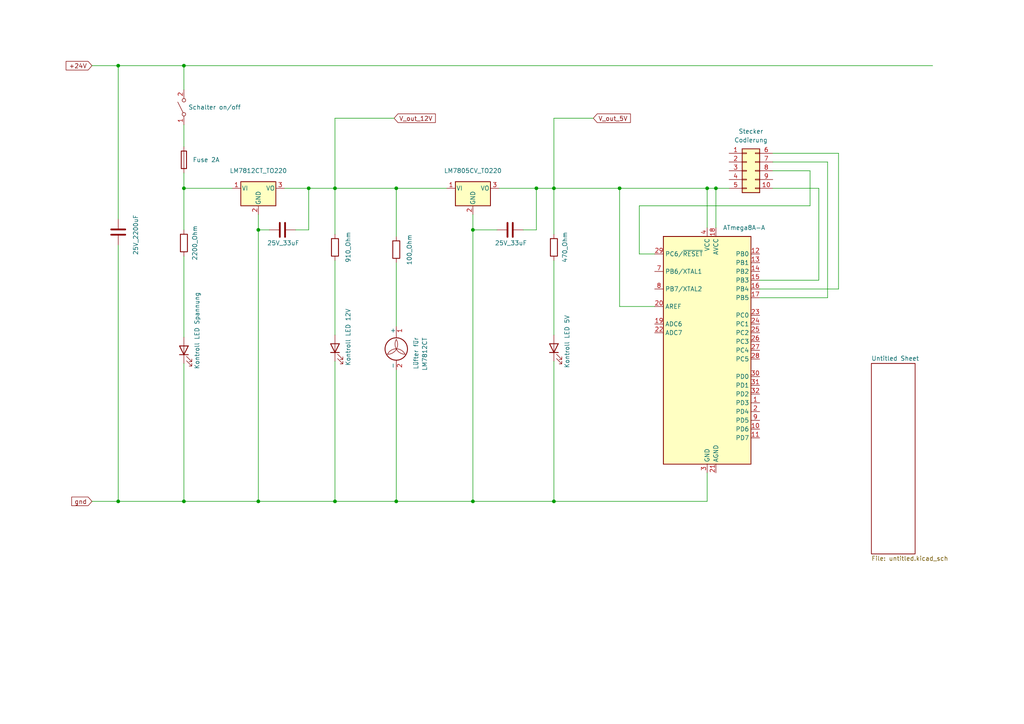
<source format=kicad_sch>
(kicad_sch (version 20211123) (generator eeschema)

  (uuid 2e3c46d2-849b-4cf9-a6d0-7bd20624fd9b)

  (paper "A4")

  (lib_symbols
    (symbol "Connector_Generic:Conn_02x05_Top_Bottom" (pin_names (offset 1.016) hide) (in_bom yes) (on_board yes)
      (property "Reference" "J" (id 0) (at 1.27 7.62 0)
        (effects (font (size 1.27 1.27)))
      )
      (property "Value" "Conn_02x05_Top_Bottom" (id 1) (at 1.27 -7.62 0)
        (effects (font (size 1.27 1.27)))
      )
      (property "Footprint" "" (id 2) (at 0 0 0)
        (effects (font (size 1.27 1.27)) hide)
      )
      (property "Datasheet" "~" (id 3) (at 0 0 0)
        (effects (font (size 1.27 1.27)) hide)
      )
      (property "ki_keywords" "connector" (id 4) (at 0 0 0)
        (effects (font (size 1.27 1.27)) hide)
      )
      (property "ki_description" "Generic connector, double row, 02x05, top/bottom pin numbering scheme (row 1: 1...pins_per_row, row2: pins_per_row+1 ... num_pins), script generated (kicad-library-utils/schlib/autogen/connector/)" (id 5) (at 0 0 0)
        (effects (font (size 1.27 1.27)) hide)
      )
      (property "ki_fp_filters" "Connector*:*_2x??_*" (id 6) (at 0 0 0)
        (effects (font (size 1.27 1.27)) hide)
      )
      (symbol "Conn_02x05_Top_Bottom_1_1"
        (rectangle (start -1.27 -4.953) (end 0 -5.207)
          (stroke (width 0.1524) (type default) (color 0 0 0 0))
          (fill (type none))
        )
        (rectangle (start -1.27 -2.413) (end 0 -2.667)
          (stroke (width 0.1524) (type default) (color 0 0 0 0))
          (fill (type none))
        )
        (rectangle (start -1.27 0.127) (end 0 -0.127)
          (stroke (width 0.1524) (type default) (color 0 0 0 0))
          (fill (type none))
        )
        (rectangle (start -1.27 2.667) (end 0 2.413)
          (stroke (width 0.1524) (type default) (color 0 0 0 0))
          (fill (type none))
        )
        (rectangle (start -1.27 5.207) (end 0 4.953)
          (stroke (width 0.1524) (type default) (color 0 0 0 0))
          (fill (type none))
        )
        (rectangle (start -1.27 6.35) (end 3.81 -6.35)
          (stroke (width 0.254) (type default) (color 0 0 0 0))
          (fill (type background))
        )
        (rectangle (start 3.81 -4.953) (end 2.54 -5.207)
          (stroke (width 0.1524) (type default) (color 0 0 0 0))
          (fill (type none))
        )
        (rectangle (start 3.81 -2.413) (end 2.54 -2.667)
          (stroke (width 0.1524) (type default) (color 0 0 0 0))
          (fill (type none))
        )
        (rectangle (start 3.81 0.127) (end 2.54 -0.127)
          (stroke (width 0.1524) (type default) (color 0 0 0 0))
          (fill (type none))
        )
        (rectangle (start 3.81 2.667) (end 2.54 2.413)
          (stroke (width 0.1524) (type default) (color 0 0 0 0))
          (fill (type none))
        )
        (rectangle (start 3.81 5.207) (end 2.54 4.953)
          (stroke (width 0.1524) (type default) (color 0 0 0 0))
          (fill (type none))
        )
        (pin passive line (at -5.08 5.08 0) (length 3.81)
          (name "Pin_1" (effects (font (size 1.27 1.27))))
          (number "1" (effects (font (size 1.27 1.27))))
        )
        (pin passive line (at 7.62 -5.08 180) (length 3.81)
          (name "Pin_10" (effects (font (size 1.27 1.27))))
          (number "10" (effects (font (size 1.27 1.27))))
        )
        (pin passive line (at -5.08 2.54 0) (length 3.81)
          (name "Pin_2" (effects (font (size 1.27 1.27))))
          (number "2" (effects (font (size 1.27 1.27))))
        )
        (pin passive line (at -5.08 0 0) (length 3.81)
          (name "Pin_3" (effects (font (size 1.27 1.27))))
          (number "3" (effects (font (size 1.27 1.27))))
        )
        (pin passive line (at -5.08 -2.54 0) (length 3.81)
          (name "Pin_4" (effects (font (size 1.27 1.27))))
          (number "4" (effects (font (size 1.27 1.27))))
        )
        (pin passive line (at -5.08 -5.08 0) (length 3.81)
          (name "Pin_5" (effects (font (size 1.27 1.27))))
          (number "5" (effects (font (size 1.27 1.27))))
        )
        (pin passive line (at 7.62 5.08 180) (length 3.81)
          (name "Pin_6" (effects (font (size 1.27 1.27))))
          (number "6" (effects (font (size 1.27 1.27))))
        )
        (pin passive line (at 7.62 2.54 180) (length 3.81)
          (name "Pin_7" (effects (font (size 1.27 1.27))))
          (number "7" (effects (font (size 1.27 1.27))))
        )
        (pin passive line (at 7.62 0 180) (length 3.81)
          (name "Pin_8" (effects (font (size 1.27 1.27))))
          (number "8" (effects (font (size 1.27 1.27))))
        )
        (pin passive line (at 7.62 -2.54 180) (length 3.81)
          (name "Pin_9" (effects (font (size 1.27 1.27))))
          (number "9" (effects (font (size 1.27 1.27))))
        )
      )
    )
    (symbol "Device:C" (pin_numbers hide) (pin_names (offset 0.254)) (in_bom yes) (on_board yes)
      (property "Reference" "C" (id 0) (at 0.635 2.54 0)
        (effects (font (size 1.27 1.27)) (justify left))
      )
      (property "Value" "C" (id 1) (at 0.635 -2.54 0)
        (effects (font (size 1.27 1.27)) (justify left))
      )
      (property "Footprint" "" (id 2) (at 0.9652 -3.81 0)
        (effects (font (size 1.27 1.27)) hide)
      )
      (property "Datasheet" "~" (id 3) (at 0 0 0)
        (effects (font (size 1.27 1.27)) hide)
      )
      (property "ki_keywords" "cap capacitor" (id 4) (at 0 0 0)
        (effects (font (size 1.27 1.27)) hide)
      )
      (property "ki_description" "Unpolarized capacitor" (id 5) (at 0 0 0)
        (effects (font (size 1.27 1.27)) hide)
      )
      (property "ki_fp_filters" "C_*" (id 6) (at 0 0 0)
        (effects (font (size 1.27 1.27)) hide)
      )
      (symbol "C_0_1"
        (polyline
          (pts
            (xy -2.032 -0.762)
            (xy 2.032 -0.762)
          )
          (stroke (width 0.508) (type default) (color 0 0 0 0))
          (fill (type none))
        )
        (polyline
          (pts
            (xy -2.032 0.762)
            (xy 2.032 0.762)
          )
          (stroke (width 0.508) (type default) (color 0 0 0 0))
          (fill (type none))
        )
      )
      (symbol "C_1_1"
        (pin passive line (at 0 3.81 270) (length 2.794)
          (name "~" (effects (font (size 1.27 1.27))))
          (number "1" (effects (font (size 1.27 1.27))))
        )
        (pin passive line (at 0 -3.81 90) (length 2.794)
          (name "~" (effects (font (size 1.27 1.27))))
          (number "2" (effects (font (size 1.27 1.27))))
        )
      )
    )
    (symbol "Device:Fuse" (pin_numbers hide) (pin_names (offset 0)) (in_bom yes) (on_board yes)
      (property "Reference" "F" (id 0) (at 2.032 0 90)
        (effects (font (size 1.27 1.27)))
      )
      (property "Value" "Fuse" (id 1) (at -1.905 0 90)
        (effects (font (size 1.27 1.27)))
      )
      (property "Footprint" "" (id 2) (at -1.778 0 90)
        (effects (font (size 1.27 1.27)) hide)
      )
      (property "Datasheet" "~" (id 3) (at 0 0 0)
        (effects (font (size 1.27 1.27)) hide)
      )
      (property "ki_keywords" "fuse" (id 4) (at 0 0 0)
        (effects (font (size 1.27 1.27)) hide)
      )
      (property "ki_description" "Fuse" (id 5) (at 0 0 0)
        (effects (font (size 1.27 1.27)) hide)
      )
      (property "ki_fp_filters" "*Fuse*" (id 6) (at 0 0 0)
        (effects (font (size 1.27 1.27)) hide)
      )
      (symbol "Fuse_0_1"
        (rectangle (start -0.762 -2.54) (end 0.762 2.54)
          (stroke (width 0.254) (type default) (color 0 0 0 0))
          (fill (type none))
        )
        (polyline
          (pts
            (xy 0 2.54)
            (xy 0 -2.54)
          )
          (stroke (width 0) (type default) (color 0 0 0 0))
          (fill (type none))
        )
      )
      (symbol "Fuse_1_1"
        (pin passive line (at 0 3.81 270) (length 1.27)
          (name "~" (effects (font (size 1.27 1.27))))
          (number "1" (effects (font (size 1.27 1.27))))
        )
        (pin passive line (at 0 -3.81 90) (length 1.27)
          (name "~" (effects (font (size 1.27 1.27))))
          (number "2" (effects (font (size 1.27 1.27))))
        )
      )
    )
    (symbol "Device:LED" (pin_numbers hide) (pin_names (offset 1.016) hide) (in_bom yes) (on_board yes)
      (property "Reference" "D" (id 0) (at 0 2.54 0)
        (effects (font (size 1.27 1.27)))
      )
      (property "Value" "LED" (id 1) (at 0 -2.54 0)
        (effects (font (size 1.27 1.27)))
      )
      (property "Footprint" "" (id 2) (at 0 0 0)
        (effects (font (size 1.27 1.27)) hide)
      )
      (property "Datasheet" "~" (id 3) (at 0 0 0)
        (effects (font (size 1.27 1.27)) hide)
      )
      (property "ki_keywords" "LED diode" (id 4) (at 0 0 0)
        (effects (font (size 1.27 1.27)) hide)
      )
      (property "ki_description" "Light emitting diode" (id 5) (at 0 0 0)
        (effects (font (size 1.27 1.27)) hide)
      )
      (property "ki_fp_filters" "LED* LED_SMD:* LED_THT:*" (id 6) (at 0 0 0)
        (effects (font (size 1.27 1.27)) hide)
      )
      (symbol "LED_0_1"
        (polyline
          (pts
            (xy -1.27 -1.27)
            (xy -1.27 1.27)
          )
          (stroke (width 0.254) (type default) (color 0 0 0 0))
          (fill (type none))
        )
        (polyline
          (pts
            (xy -1.27 0)
            (xy 1.27 0)
          )
          (stroke (width 0) (type default) (color 0 0 0 0))
          (fill (type none))
        )
        (polyline
          (pts
            (xy 1.27 -1.27)
            (xy 1.27 1.27)
            (xy -1.27 0)
            (xy 1.27 -1.27)
          )
          (stroke (width 0.254) (type default) (color 0 0 0 0))
          (fill (type none))
        )
        (polyline
          (pts
            (xy -3.048 -0.762)
            (xy -4.572 -2.286)
            (xy -3.81 -2.286)
            (xy -4.572 -2.286)
            (xy -4.572 -1.524)
          )
          (stroke (width 0) (type default) (color 0 0 0 0))
          (fill (type none))
        )
        (polyline
          (pts
            (xy -1.778 -0.762)
            (xy -3.302 -2.286)
            (xy -2.54 -2.286)
            (xy -3.302 -2.286)
            (xy -3.302 -1.524)
          )
          (stroke (width 0) (type default) (color 0 0 0 0))
          (fill (type none))
        )
      )
      (symbol "LED_1_1"
        (pin passive line (at -3.81 0 0) (length 2.54)
          (name "K" (effects (font (size 1.27 1.27))))
          (number "1" (effects (font (size 1.27 1.27))))
        )
        (pin passive line (at 3.81 0 180) (length 2.54)
          (name "A" (effects (font (size 1.27 1.27))))
          (number "2" (effects (font (size 1.27 1.27))))
        )
      )
    )
    (symbol "Device:R" (pin_numbers hide) (pin_names (offset 0)) (in_bom yes) (on_board yes)
      (property "Reference" "R" (id 0) (at 2.032 0 90)
        (effects (font (size 1.27 1.27)))
      )
      (property "Value" "R" (id 1) (at 0 0 90)
        (effects (font (size 1.27 1.27)))
      )
      (property "Footprint" "" (id 2) (at -1.778 0 90)
        (effects (font (size 1.27 1.27)) hide)
      )
      (property "Datasheet" "~" (id 3) (at 0 0 0)
        (effects (font (size 1.27 1.27)) hide)
      )
      (property "ki_keywords" "R res resistor" (id 4) (at 0 0 0)
        (effects (font (size 1.27 1.27)) hide)
      )
      (property "ki_description" "Resistor" (id 5) (at 0 0 0)
        (effects (font (size 1.27 1.27)) hide)
      )
      (property "ki_fp_filters" "R_*" (id 6) (at 0 0 0)
        (effects (font (size 1.27 1.27)) hide)
      )
      (symbol "R_0_1"
        (rectangle (start -1.016 -2.54) (end 1.016 2.54)
          (stroke (width 0.254) (type default) (color 0 0 0 0))
          (fill (type none))
        )
      )
      (symbol "R_1_1"
        (pin passive line (at 0 3.81 270) (length 1.27)
          (name "~" (effects (font (size 1.27 1.27))))
          (number "1" (effects (font (size 1.27 1.27))))
        )
        (pin passive line (at 0 -3.81 90) (length 1.27)
          (name "~" (effects (font (size 1.27 1.27))))
          (number "2" (effects (font (size 1.27 1.27))))
        )
      )
    )
    (symbol "MCU_Microchip_ATmega:ATmega8A-A" (in_bom yes) (on_board yes)
      (property "Reference" "U" (id 0) (at -12.7 34.29 0)
        (effects (font (size 1.27 1.27)) (justify left bottom))
      )
      (property "Value" "ATmega8A-A" (id 1) (at 5.08 -34.29 0)
        (effects (font (size 1.27 1.27)) (justify left top))
      )
      (property "Footprint" "Package_QFP:TQFP-32_7x7mm_P0.8mm" (id 2) (at 0 0 0)
        (effects (font (size 1.27 1.27) italic) hide)
      )
      (property "Datasheet" "http://ww1.microchip.com/downloads/en/DeviceDoc/Microchip%208bit%20mcu%20AVR%20ATmega8A%20data%20sheet%2040001974A.pdf" (id 3) (at 0 0 0)
        (effects (font (size 1.27 1.27)) hide)
      )
      (property "ki_keywords" "AVR 8bit Microcontroller MegaAVR" (id 4) (at 0 0 0)
        (effects (font (size 1.27 1.27)) hide)
      )
      (property "ki_description" "16MHz, 8kB Flash, 1kB SRAM, 512B EEPROM, TQFP-32" (id 5) (at 0 0 0)
        (effects (font (size 1.27 1.27)) hide)
      )
      (property "ki_fp_filters" "TQFP*7x7mm*P0.8mm*" (id 6) (at 0 0 0)
        (effects (font (size 1.27 1.27)) hide)
      )
      (symbol "ATmega8A-A_0_1"
        (rectangle (start -12.7 -33.02) (end 12.7 33.02)
          (stroke (width 0.254) (type default) (color 0 0 0 0))
          (fill (type background))
        )
      )
      (symbol "ATmega8A-A_1_1"
        (pin bidirectional line (at 15.24 -15.24 180) (length 2.54)
          (name "PD3" (effects (font (size 1.27 1.27))))
          (number "1" (effects (font (size 1.27 1.27))))
        )
        (pin bidirectional line (at 15.24 -22.86 180) (length 2.54)
          (name "PD6" (effects (font (size 1.27 1.27))))
          (number "10" (effects (font (size 1.27 1.27))))
        )
        (pin bidirectional line (at 15.24 -25.4 180) (length 2.54)
          (name "PD7" (effects (font (size 1.27 1.27))))
          (number "11" (effects (font (size 1.27 1.27))))
        )
        (pin bidirectional line (at 15.24 27.94 180) (length 2.54)
          (name "PB0" (effects (font (size 1.27 1.27))))
          (number "12" (effects (font (size 1.27 1.27))))
        )
        (pin bidirectional line (at 15.24 25.4 180) (length 2.54)
          (name "PB1" (effects (font (size 1.27 1.27))))
          (number "13" (effects (font (size 1.27 1.27))))
        )
        (pin bidirectional line (at 15.24 22.86 180) (length 2.54)
          (name "PB2" (effects (font (size 1.27 1.27))))
          (number "14" (effects (font (size 1.27 1.27))))
        )
        (pin bidirectional line (at 15.24 20.32 180) (length 2.54)
          (name "PB3" (effects (font (size 1.27 1.27))))
          (number "15" (effects (font (size 1.27 1.27))))
        )
        (pin bidirectional line (at 15.24 17.78 180) (length 2.54)
          (name "PB4" (effects (font (size 1.27 1.27))))
          (number "16" (effects (font (size 1.27 1.27))))
        )
        (pin bidirectional line (at 15.24 15.24 180) (length 2.54)
          (name "PB5" (effects (font (size 1.27 1.27))))
          (number "17" (effects (font (size 1.27 1.27))))
        )
        (pin power_in line (at 2.54 35.56 270) (length 2.54)
          (name "AVCC" (effects (font (size 1.27 1.27))))
          (number "18" (effects (font (size 1.27 1.27))))
        )
        (pin input line (at -15.24 7.62 0) (length 2.54)
          (name "ADC6" (effects (font (size 1.27 1.27))))
          (number "19" (effects (font (size 1.27 1.27))))
        )
        (pin bidirectional line (at 15.24 -17.78 180) (length 2.54)
          (name "PD4" (effects (font (size 1.27 1.27))))
          (number "2" (effects (font (size 1.27 1.27))))
        )
        (pin passive line (at -15.24 12.7 0) (length 2.54)
          (name "AREF" (effects (font (size 1.27 1.27))))
          (number "20" (effects (font (size 1.27 1.27))))
        )
        (pin power_in line (at 2.54 -35.56 90) (length 2.54)
          (name "AGND" (effects (font (size 1.27 1.27))))
          (number "21" (effects (font (size 1.27 1.27))))
        )
        (pin input line (at -15.24 5.08 0) (length 2.54)
          (name "ADC7" (effects (font (size 1.27 1.27))))
          (number "22" (effects (font (size 1.27 1.27))))
        )
        (pin bidirectional line (at 15.24 10.16 180) (length 2.54)
          (name "PC0" (effects (font (size 1.27 1.27))))
          (number "23" (effects (font (size 1.27 1.27))))
        )
        (pin bidirectional line (at 15.24 7.62 180) (length 2.54)
          (name "PC1" (effects (font (size 1.27 1.27))))
          (number "24" (effects (font (size 1.27 1.27))))
        )
        (pin bidirectional line (at 15.24 5.08 180) (length 2.54)
          (name "PC2" (effects (font (size 1.27 1.27))))
          (number "25" (effects (font (size 1.27 1.27))))
        )
        (pin bidirectional line (at 15.24 2.54 180) (length 2.54)
          (name "PC3" (effects (font (size 1.27 1.27))))
          (number "26" (effects (font (size 1.27 1.27))))
        )
        (pin bidirectional line (at 15.24 0 180) (length 2.54)
          (name "PC4" (effects (font (size 1.27 1.27))))
          (number "27" (effects (font (size 1.27 1.27))))
        )
        (pin bidirectional line (at 15.24 -2.54 180) (length 2.54)
          (name "PC5" (effects (font (size 1.27 1.27))))
          (number "28" (effects (font (size 1.27 1.27))))
        )
        (pin bidirectional line (at -15.24 27.94 0) (length 2.54)
          (name "PC6/~{RESET}" (effects (font (size 1.27 1.27))))
          (number "29" (effects (font (size 1.27 1.27))))
        )
        (pin power_in line (at 0 -35.56 90) (length 2.54)
          (name "GND" (effects (font (size 1.27 1.27))))
          (number "3" (effects (font (size 1.27 1.27))))
        )
        (pin bidirectional line (at 15.24 -7.62 180) (length 2.54)
          (name "PD0" (effects (font (size 1.27 1.27))))
          (number "30" (effects (font (size 1.27 1.27))))
        )
        (pin bidirectional line (at 15.24 -10.16 180) (length 2.54)
          (name "PD1" (effects (font (size 1.27 1.27))))
          (number "31" (effects (font (size 1.27 1.27))))
        )
        (pin bidirectional line (at 15.24 -12.7 180) (length 2.54)
          (name "PD2" (effects (font (size 1.27 1.27))))
          (number "32" (effects (font (size 1.27 1.27))))
        )
        (pin power_in line (at 0 35.56 270) (length 2.54)
          (name "VCC" (effects (font (size 1.27 1.27))))
          (number "4" (effects (font (size 1.27 1.27))))
        )
        (pin passive line (at 0 -35.56 90) (length 2.54) hide
          (name "GND" (effects (font (size 1.27 1.27))))
          (number "5" (effects (font (size 1.27 1.27))))
        )
        (pin passive line (at 0 35.56 270) (length 2.54) hide
          (name "VCC" (effects (font (size 1.27 1.27))))
          (number "6" (effects (font (size 1.27 1.27))))
        )
        (pin bidirectional line (at -15.24 22.86 0) (length 2.54)
          (name "PB6/XTAL1" (effects (font (size 1.27 1.27))))
          (number "7" (effects (font (size 1.27 1.27))))
        )
        (pin bidirectional line (at -15.24 17.78 0) (length 2.54)
          (name "PB7/XTAL2" (effects (font (size 1.27 1.27))))
          (number "8" (effects (font (size 1.27 1.27))))
        )
        (pin bidirectional line (at 15.24 -20.32 180) (length 2.54)
          (name "PD5" (effects (font (size 1.27 1.27))))
          (number "9" (effects (font (size 1.27 1.27))))
        )
      )
    )
    (symbol "Motor:Fan" (pin_names (offset 0)) (in_bom yes) (on_board yes)
      (property "Reference" "M" (id 0) (at 2.54 5.08 0)
        (effects (font (size 1.27 1.27)) (justify left))
      )
      (property "Value" "Fan" (id 1) (at 2.54 -2.54 0)
        (effects (font (size 1.27 1.27)) (justify left top))
      )
      (property "Footprint" "" (id 2) (at 0 0.254 0)
        (effects (font (size 1.27 1.27)) hide)
      )
      (property "Datasheet" "~" (id 3) (at 0 0.254 0)
        (effects (font (size 1.27 1.27)) hide)
      )
      (property "ki_keywords" "Fan Motor" (id 4) (at 0 0 0)
        (effects (font (size 1.27 1.27)) hide)
      )
      (property "ki_description" "Fan" (id 5) (at 0 0 0)
        (effects (font (size 1.27 1.27)) hide)
      )
      (property "ki_fp_filters" "PinHeader*P2.54mm* TerminalBlock*" (id 6) (at 0 0 0)
        (effects (font (size 1.27 1.27)) hide)
      )
      (symbol "Fan_0_1"
        (arc (start -2.54 -0.508) (mid 0.0028 0.9121) (end 0 3.81)
          (stroke (width 0) (type default) (color 0 0 0 0))
          (fill (type none))
        )
        (polyline
          (pts
            (xy 0 -5.08)
            (xy 0 -4.572)
          )
          (stroke (width 0) (type default) (color 0 0 0 0))
          (fill (type none))
        )
        (polyline
          (pts
            (xy 0 -2.2352)
            (xy 0 -2.6416)
          )
          (stroke (width 0) (type default) (color 0 0 0 0))
          (fill (type none))
        )
        (polyline
          (pts
            (xy 0 4.2672)
            (xy 0 4.6228)
          )
          (stroke (width 0) (type default) (color 0 0 0 0))
          (fill (type none))
        )
        (polyline
          (pts
            (xy 0 4.572)
            (xy 0 5.08)
          )
          (stroke (width 0) (type default) (color 0 0 0 0))
          (fill (type none))
        )
        (circle (center 0 1.016) (radius 3.2512)
          (stroke (width 0.254) (type default) (color 0 0 0 0))
          (fill (type none))
        )
        (arc (start 0 3.81) (mid 0.053 0.921) (end 2.54 -0.508)
          (stroke (width 0) (type default) (color 0 0 0 0))
          (fill (type none))
        )
        (arc (start 2.54 -0.508) (mid 0 1.0618) (end -2.54 -0.508)
          (stroke (width 0) (type default) (color 0 0 0 0))
          (fill (type none))
        )
      )
      (symbol "Fan_1_1"
        (pin passive line (at 0 7.62 270) (length 2.54)
          (name "+" (effects (font (size 1.27 1.27))))
          (number "1" (effects (font (size 1.27 1.27))))
        )
        (pin passive line (at 0 -5.08 90) (length 2.54)
          (name "-" (effects (font (size 1.27 1.27))))
          (number "2" (effects (font (size 1.27 1.27))))
        )
      )
    )
    (symbol "Regulator_Linear:LM7805_TO220" (pin_names (offset 0.254)) (in_bom yes) (on_board yes)
      (property "Reference" "U" (id 0) (at -3.81 3.175 0)
        (effects (font (size 1.27 1.27)))
      )
      (property "Value" "LM7805_TO220" (id 1) (at 0 3.175 0)
        (effects (font (size 1.27 1.27)) (justify left))
      )
      (property "Footprint" "Package_TO_SOT_THT:TO-220-3_Vertical" (id 2) (at 0 5.715 0)
        (effects (font (size 1.27 1.27) italic) hide)
      )
      (property "Datasheet" "https://www.onsemi.cn/PowerSolutions/document/MC7800-D.PDF" (id 3) (at 0 -1.27 0)
        (effects (font (size 1.27 1.27)) hide)
      )
      (property "ki_keywords" "Voltage Regulator 1A Positive" (id 4) (at 0 0 0)
        (effects (font (size 1.27 1.27)) hide)
      )
      (property "ki_description" "Positive 1A 35V Linear Regulator, Fixed Output 5V, TO-220" (id 5) (at 0 0 0)
        (effects (font (size 1.27 1.27)) hide)
      )
      (property "ki_fp_filters" "TO?220*" (id 6) (at 0 0 0)
        (effects (font (size 1.27 1.27)) hide)
      )
      (symbol "LM7805_TO220_0_1"
        (rectangle (start -5.08 1.905) (end 5.08 -5.08)
          (stroke (width 0.254) (type default) (color 0 0 0 0))
          (fill (type background))
        )
      )
      (symbol "LM7805_TO220_1_1"
        (pin power_in line (at -7.62 0 0) (length 2.54)
          (name "VI" (effects (font (size 1.27 1.27))))
          (number "1" (effects (font (size 1.27 1.27))))
        )
        (pin power_in line (at 0 -7.62 90) (length 2.54)
          (name "GND" (effects (font (size 1.27 1.27))))
          (number "2" (effects (font (size 1.27 1.27))))
        )
        (pin power_out line (at 7.62 0 180) (length 2.54)
          (name "VO" (effects (font (size 1.27 1.27))))
          (number "3" (effects (font (size 1.27 1.27))))
        )
      )
    )
    (symbol "Regulator_Linear:LM7812_TO220" (pin_names (offset 0.254)) (in_bom yes) (on_board yes)
      (property "Reference" "U" (id 0) (at -3.81 3.175 0)
        (effects (font (size 1.27 1.27)))
      )
      (property "Value" "LM7812_TO220" (id 1) (at 0 3.175 0)
        (effects (font (size 1.27 1.27)) (justify left))
      )
      (property "Footprint" "Package_TO_SOT_THT:TO-220-3_Vertical" (id 2) (at 0 5.715 0)
        (effects (font (size 1.27 1.27) italic) hide)
      )
      (property "Datasheet" "https://www.onsemi.cn/PowerSolutions/document/MC7800-D.PDF" (id 3) (at 0 -1.27 0)
        (effects (font (size 1.27 1.27)) hide)
      )
      (property "ki_keywords" "Voltage Regulator 1A Positive" (id 4) (at 0 0 0)
        (effects (font (size 1.27 1.27)) hide)
      )
      (property "ki_description" "Positive 1A 35V Linear Regulator, Fixed Output 12V, TO-220" (id 5) (at 0 0 0)
        (effects (font (size 1.27 1.27)) hide)
      )
      (property "ki_fp_filters" "TO?220*" (id 6) (at 0 0 0)
        (effects (font (size 1.27 1.27)) hide)
      )
      (symbol "LM7812_TO220_0_1"
        (rectangle (start -5.08 1.905) (end 5.08 -5.08)
          (stroke (width 0.254) (type default) (color 0 0 0 0))
          (fill (type background))
        )
      )
      (symbol "LM7812_TO220_1_1"
        (pin power_in line (at -7.62 0 0) (length 2.54)
          (name "VI" (effects (font (size 1.27 1.27))))
          (number "1" (effects (font (size 1.27 1.27))))
        )
        (pin power_in line (at 0 -7.62 90) (length 2.54)
          (name "GND" (effects (font (size 1.27 1.27))))
          (number "2" (effects (font (size 1.27 1.27))))
        )
        (pin power_out line (at 7.62 0 180) (length 2.54)
          (name "VO" (effects (font (size 1.27 1.27))))
          (number "3" (effects (font (size 1.27 1.27))))
        )
      )
    )
    (symbol "Switch:SW_DPST_x2" (pin_names (offset 0) hide) (in_bom yes) (on_board yes)
      (property "Reference" "SW" (id 0) (at 0 3.175 0)
        (effects (font (size 1.27 1.27)))
      )
      (property "Value" "SW_DPST_x2" (id 1) (at 0 -2.54 0)
        (effects (font (size 1.27 1.27)))
      )
      (property "Footprint" "" (id 2) (at 0 0 0)
        (effects (font (size 1.27 1.27)) hide)
      )
      (property "Datasheet" "~" (id 3) (at 0 0 0)
        (effects (font (size 1.27 1.27)) hide)
      )
      (property "ki_keywords" "switch lever" (id 4) (at 0 0 0)
        (effects (font (size 1.27 1.27)) hide)
      )
      (property "ki_description" "Single Pole Single Throw (SPST) switch, separate symbol" (id 5) (at 0 0 0)
        (effects (font (size 1.27 1.27)) hide)
      )
      (symbol "SW_DPST_x2_0_0"
        (circle (center -2.032 0) (radius 0.508)
          (stroke (width 0) (type default) (color 0 0 0 0))
          (fill (type none))
        )
        (polyline
          (pts
            (xy -1.524 0.254)
            (xy 1.524 1.778)
          )
          (stroke (width 0) (type default) (color 0 0 0 0))
          (fill (type none))
        )
        (circle (center 2.032 0) (radius 0.508)
          (stroke (width 0) (type default) (color 0 0 0 0))
          (fill (type none))
        )
      )
      (symbol "SW_DPST_x2_1_1"
        (pin passive line (at -5.08 0 0) (length 2.54)
          (name "A" (effects (font (size 1.27 1.27))))
          (number "1" (effects (font (size 1.27 1.27))))
        )
        (pin passive line (at 5.08 0 180) (length 2.54)
          (name "B" (effects (font (size 1.27 1.27))))
          (number "2" (effects (font (size 1.27 1.27))))
        )
      )
      (symbol "SW_DPST_x2_2_1"
        (pin passive line (at -5.08 0 0) (length 2.54)
          (name "A" (effects (font (size 1.27 1.27))))
          (number "3" (effects (font (size 1.27 1.27))))
        )
        (pin passive line (at 5.08 0 180) (length 2.54)
          (name "B" (effects (font (size 1.27 1.27))))
          (number "4" (effects (font (size 1.27 1.27))))
        )
      )
    )
  )

  (junction (at 114.935 145.415) (diameter 0) (color 0 0 0 0)
    (uuid 05a5f4ec-6909-4600-adf3-0bbff1c1328b)
  )
  (junction (at 53.34 54.61) (diameter 0) (color 0 0 0 0)
    (uuid 06d9de09-ddd1-4079-9190-aaf5ff509de4)
  )
  (junction (at 34.29 19.05) (diameter 0) (color 0 0 0 0)
    (uuid 1b5d5c3f-a570-48f1-95cc-ceca0a342fae)
  )
  (junction (at 137.16 145.415) (diameter 0) (color 0 0 0 0)
    (uuid 33d70581-bd32-49ed-a5ea-42945fd4e670)
  )
  (junction (at 74.93 145.415) (diameter 0) (color 0 0 0 0)
    (uuid 37284583-1148-4555-8003-9fd5cf5362bb)
  )
  (junction (at 155.575 54.61) (diameter 0) (color 0 0 0 0)
    (uuid 3ae9bffc-008f-460c-bc17-e3ac81c142a6)
  )
  (junction (at 53.34 19.05) (diameter 0) (color 0 0 0 0)
    (uuid 3b580202-a9e2-4493-90e5-82f3ebb41b59)
  )
  (junction (at 207.645 54.61) (diameter 0) (color 0 0 0 0)
    (uuid 407f8369-ac30-4c0b-a87a-f3d15d875478)
  )
  (junction (at 160.655 145.415) (diameter 0) (color 0 0 0 0)
    (uuid 683a4a00-792c-4682-b7d0-ea5ae23d7f94)
  )
  (junction (at 97.155 145.415) (diameter 0) (color 0 0 0 0)
    (uuid 8158a983-e8e4-4dbf-91d0-2c4c8666a9ee)
  )
  (junction (at 205.105 54.61) (diameter 0) (color 0 0 0 0)
    (uuid 84bed256-c769-4847-8ffd-ebdba4e7a426)
  )
  (junction (at 114.935 54.61) (diameter 0) (color 0 0 0 0)
    (uuid 89371b7b-bf2d-49e9-b018-5f3ea1d401cc)
  )
  (junction (at 34.29 145.415) (diameter 0) (color 0 0 0 0)
    (uuid 9b022d32-b6e7-4cc3-8e24-ff26ea4ab0ff)
  )
  (junction (at 74.93 66.675) (diameter 0) (color 0 0 0 0)
    (uuid a326db3e-22b5-431e-9130-79da05522832)
  )
  (junction (at 137.16 66.675) (diameter 0) (color 0 0 0 0)
    (uuid ae3cc596-885e-48db-990f-6c9f30784904)
  )
  (junction (at 89.535 54.61) (diameter 0) (color 0 0 0 0)
    (uuid b8e83619-3bc8-4465-ad2b-12fb7819872e)
  )
  (junction (at 179.705 54.61) (diameter 0) (color 0 0 0 0)
    (uuid d46d78ab-2e2e-4ce4-b2f6-dfdfc2e6e1b9)
  )
  (junction (at 97.155 54.61) (diameter 0) (color 0 0 0 0)
    (uuid ed5d1a0e-9507-4585-be83-8d43a3a9049c)
  )
  (junction (at 160.655 54.61) (diameter 0) (color 0 0 0 0)
    (uuid ee0094e3-2a51-45a1-9e1e-3c16deed9d72)
  )
  (junction (at 53.34 145.415) (diameter 0) (color 0 0 0 0)
    (uuid fbc1b3a7-e9fa-4c2e-ad12-af26abff42bc)
  )

  (wire (pts (xy 82.55 54.61) (xy 89.535 54.61))
    (stroke (width 0) (type default) (color 0 0 0 0))
    (uuid 01d1bfe8-7cd8-4894-b1dd-215898ccbb5a)
  )
  (wire (pts (xy 160.655 104.775) (xy 160.655 145.415))
    (stroke (width 0) (type default) (color 0 0 0 0))
    (uuid 04a15bb8-f1c3-42e7-9af3-0100a97c087c)
  )
  (wire (pts (xy 53.34 19.05) (xy 270.51 19.05))
    (stroke (width 0) (type default) (color 0 0 0 0))
    (uuid 0623ce18-79f7-4838-b3b4-5a224ab9c2e1)
  )
  (wire (pts (xy 207.645 54.61) (xy 205.105 54.61))
    (stroke (width 0) (type default) (color 0 0 0 0))
    (uuid 09dc166d-aec4-4a09-82db-d63b34bc800e)
  )
  (wire (pts (xy 89.535 54.61) (xy 97.155 54.61))
    (stroke (width 0) (type default) (color 0 0 0 0))
    (uuid 0ae4ee5b-18ba-4b1e-8f9c-34851e4fa382)
  )
  (wire (pts (xy 224.155 44.45) (xy 243.205 44.45))
    (stroke (width 0) (type default) (color 0 0 0 0))
    (uuid 0db02be0-fbac-4796-8372-193bf098eda9)
  )
  (wire (pts (xy 185.42 59.69) (xy 185.42 73.66))
    (stroke (width 0) (type default) (color 0 0 0 0))
    (uuid 0ee6dd9c-b630-49e7-9f78-1367cbf0c993)
  )
  (wire (pts (xy 34.29 19.05) (xy 53.34 19.05))
    (stroke (width 0) (type default) (color 0 0 0 0))
    (uuid 1164b06e-4616-4649-a53b-eb38539242c9)
  )
  (wire (pts (xy 53.34 74.295) (xy 53.34 97.79))
    (stroke (width 0) (type default) (color 0 0 0 0))
    (uuid 11deff66-fbc5-4b88-b921-0add0468940a)
  )
  (wire (pts (xy 234.95 59.69) (xy 185.42 59.69))
    (stroke (width 0) (type default) (color 0 0 0 0))
    (uuid 128b8e98-e729-4084-bb12-172f2e55ed4b)
  )
  (wire (pts (xy 53.34 36.195) (xy 53.34 42.545))
    (stroke (width 0) (type default) (color 0 0 0 0))
    (uuid 148da3d9-7ece-474e-92d9-e19b0d203aa2)
  )
  (wire (pts (xy 97.155 54.61) (xy 114.935 54.61))
    (stroke (width 0) (type default) (color 0 0 0 0))
    (uuid 153fa433-764e-417f-ba7e-a6f4aec2ad72)
  )
  (wire (pts (xy 160.655 34.29) (xy 160.655 54.61))
    (stroke (width 0) (type default) (color 0 0 0 0))
    (uuid 1599c338-d6d5-45cd-b17a-b73bd4de8f93)
  )
  (wire (pts (xy 179.705 88.9) (xy 179.705 54.61))
    (stroke (width 0) (type default) (color 0 0 0 0))
    (uuid 226d9315-5b49-4009-80c9-4f290b40183a)
  )
  (wire (pts (xy 144.78 54.61) (xy 155.575 54.61))
    (stroke (width 0) (type default) (color 0 0 0 0))
    (uuid 2836f59c-3c8d-4b3c-8a7b-5eb25dab3576)
  )
  (wire (pts (xy 224.155 46.99) (xy 240.03 46.99))
    (stroke (width 0) (type default) (color 0 0 0 0))
    (uuid 2d31ce4d-6143-4a2e-9bf9-fe0d4e4e31c7)
  )
  (wire (pts (xy 160.655 75.565) (xy 160.655 97.155))
    (stroke (width 0) (type default) (color 0 0 0 0))
    (uuid 31b6d37c-65f9-4541-bc9d-b89b673715b9)
  )
  (wire (pts (xy 74.93 66.675) (xy 74.93 145.415))
    (stroke (width 0) (type default) (color 0 0 0 0))
    (uuid 39072ccc-0aed-4df0-b464-371ba034363e)
  )
  (wire (pts (xy 34.29 71.12) (xy 34.29 145.415))
    (stroke (width 0) (type default) (color 0 0 0 0))
    (uuid 3f0b9a5b-5bf7-4365-b134-449a069f64d4)
  )
  (wire (pts (xy 53.34 54.61) (xy 67.31 54.61))
    (stroke (width 0) (type default) (color 0 0 0 0))
    (uuid 429d6ed5-1e41-4be8-a061-e08cdff74103)
  )
  (wire (pts (xy 220.345 81.28) (xy 237.49 81.28))
    (stroke (width 0) (type default) (color 0 0 0 0))
    (uuid 43937b6f-f279-44ac-9ed9-55959fcb95e0)
  )
  (wire (pts (xy 74.93 145.415) (xy 97.155 145.415))
    (stroke (width 0) (type default) (color 0 0 0 0))
    (uuid 49d5a46f-3b08-4459-9694-f8382ffe6f06)
  )
  (wire (pts (xy 137.16 66.675) (xy 137.16 145.415))
    (stroke (width 0) (type default) (color 0 0 0 0))
    (uuid 4da0343f-6014-4a15-8299-2c5c9ff1ac6c)
  )
  (wire (pts (xy 185.42 73.66) (xy 189.865 73.66))
    (stroke (width 0) (type default) (color 0 0 0 0))
    (uuid 53331b90-b23d-45fa-9745-886d07db98ef)
  )
  (wire (pts (xy 151.765 66.675) (xy 155.575 66.675))
    (stroke (width 0) (type default) (color 0 0 0 0))
    (uuid 571c2a76-c9da-4dbc-9754-23d0a9ce9d34)
  )
  (wire (pts (xy 224.155 49.53) (xy 234.95 49.53))
    (stroke (width 0) (type default) (color 0 0 0 0))
    (uuid 5c0e5d17-3af1-462f-b91c-942e0bb422b8)
  )
  (wire (pts (xy 53.34 105.41) (xy 53.34 145.415))
    (stroke (width 0) (type default) (color 0 0 0 0))
    (uuid 5d4f118f-22b7-4567-bb69-681888bde759)
  )
  (wire (pts (xy 34.29 145.415) (xy 53.34 145.415))
    (stroke (width 0) (type default) (color 0 0 0 0))
    (uuid 61d22c81-4289-43db-bd2f-51b5d0d96365)
  )
  (wire (pts (xy 97.155 54.61) (xy 97.155 67.945))
    (stroke (width 0) (type default) (color 0 0 0 0))
    (uuid 67618dfb-1122-42df-a22b-d8136248a4d5)
  )
  (wire (pts (xy 97.155 75.565) (xy 97.155 97.155))
    (stroke (width 0) (type default) (color 0 0 0 0))
    (uuid 6880b80b-c12c-46f2-9fc5-944607f94def)
  )
  (wire (pts (xy 85.725 66.675) (xy 89.535 66.675))
    (stroke (width 0) (type default) (color 0 0 0 0))
    (uuid 6eebfd82-7dc1-4f2b-9782-21691855a33d)
  )
  (wire (pts (xy 89.535 66.675) (xy 89.535 54.61))
    (stroke (width 0) (type default) (color 0 0 0 0))
    (uuid 711c6fae-9d8b-4476-9633-7f1d53d50481)
  )
  (wire (pts (xy 179.705 54.61) (xy 205.105 54.61))
    (stroke (width 0) (type default) (color 0 0 0 0))
    (uuid 726d5aa4-9205-46bd-a3f9-e1375a14f532)
  )
  (wire (pts (xy 172.085 34.29) (xy 160.655 34.29))
    (stroke (width 0) (type default) (color 0 0 0 0))
    (uuid 757f393f-acc3-45cb-8bf4-f6e7cd391083)
  )
  (wire (pts (xy 74.93 66.675) (xy 74.93 62.23))
    (stroke (width 0) (type default) (color 0 0 0 0))
    (uuid 80190dd6-13d2-4f55-93f4-6216b792c6f8)
  )
  (wire (pts (xy 160.655 145.415) (xy 205.105 145.415))
    (stroke (width 0) (type default) (color 0 0 0 0))
    (uuid 82e474ca-c192-4b8e-912e-df9589f85dae)
  )
  (wire (pts (xy 26.67 19.05) (xy 34.29 19.05))
    (stroke (width 0) (type default) (color 0 0 0 0))
    (uuid 84eb9b98-464e-4001-9805-6f731cd6cadc)
  )
  (wire (pts (xy 26.67 145.415) (xy 34.29 145.415))
    (stroke (width 0) (type default) (color 0 0 0 0))
    (uuid 8cbe6ae2-208e-44d8-8a7e-709d8bea5af0)
  )
  (wire (pts (xy 160.655 54.61) (xy 179.705 54.61))
    (stroke (width 0) (type default) (color 0 0 0 0))
    (uuid 92dcc5c7-7aaa-4aae-812b-68f2e9fca626)
  )
  (wire (pts (xy 234.95 49.53) (xy 234.95 59.69))
    (stroke (width 0) (type default) (color 0 0 0 0))
    (uuid 9377f9d0-dedd-4cb6-b8e4-d593bd807fad)
  )
  (wire (pts (xy 155.575 66.675) (xy 155.575 54.61))
    (stroke (width 0) (type default) (color 0 0 0 0))
    (uuid 94a79682-5bfe-427d-a9ee-2c750efcfc74)
  )
  (wire (pts (xy 224.155 54.61) (xy 237.49 54.61))
    (stroke (width 0) (type default) (color 0 0 0 0))
    (uuid 954c4882-9c1f-4ace-a477-cda2509d8007)
  )
  (wire (pts (xy 220.345 83.82) (xy 243.205 83.82))
    (stroke (width 0) (type default) (color 0 0 0 0))
    (uuid 96c60d43-dcc3-444a-86b5-6e56d8c2c03c)
  )
  (wire (pts (xy 114.935 145.415) (xy 137.16 145.415))
    (stroke (width 0) (type default) (color 0 0 0 0))
    (uuid 9a14c9e9-b0f1-4d31-a9cf-fff9ab348a5b)
  )
  (wire (pts (xy 114.935 76.2) (xy 114.935 94.615))
    (stroke (width 0) (type default) (color 0 0 0 0))
    (uuid 9a9a1a98-667d-467d-832c-39362d346696)
  )
  (wire (pts (xy 155.575 54.61) (xy 160.655 54.61))
    (stroke (width 0) (type default) (color 0 0 0 0))
    (uuid 9ac18089-77e6-49b6-85a3-6f8658802e34)
  )
  (wire (pts (xy 237.49 54.61) (xy 237.49 81.28))
    (stroke (width 0) (type default) (color 0 0 0 0))
    (uuid 9b06c843-7570-40df-8b87-eeeb07963fc0)
  )
  (wire (pts (xy 97.155 104.775) (xy 97.155 145.415))
    (stroke (width 0) (type default) (color 0 0 0 0))
    (uuid 9fc3bdcc-672c-4287-b55a-f515190212ef)
  )
  (wire (pts (xy 53.34 50.165) (xy 53.34 54.61))
    (stroke (width 0) (type default) (color 0 0 0 0))
    (uuid ad63374b-0f75-4f88-911f-d3e977b3a13f)
  )
  (wire (pts (xy 114.935 54.61) (xy 129.54 54.61))
    (stroke (width 0) (type default) (color 0 0 0 0))
    (uuid b092ade2-0d07-4008-bf40-0ec53554ad10)
  )
  (wire (pts (xy 97.155 34.29) (xy 114.3 34.29))
    (stroke (width 0) (type default) (color 0 0 0 0))
    (uuid b363cc13-f104-44f4-b5d8-444cca1708b1)
  )
  (wire (pts (xy 114.935 54.61) (xy 114.935 68.58))
    (stroke (width 0) (type default) (color 0 0 0 0))
    (uuid b52a1be1-a878-4a1b-8cc0-96ff1d8b0271)
  )
  (wire (pts (xy 240.03 46.99) (xy 240.03 86.36))
    (stroke (width 0) (type default) (color 0 0 0 0))
    (uuid b6d83f80-60c5-4d6c-9f94-afe7ae6d2dba)
  )
  (wire (pts (xy 189.865 88.9) (xy 179.705 88.9))
    (stroke (width 0) (type default) (color 0 0 0 0))
    (uuid bd6f65fb-867a-49c3-b144-31a85bc2488d)
  )
  (wire (pts (xy 74.93 66.675) (xy 78.105 66.675))
    (stroke (width 0) (type default) (color 0 0 0 0))
    (uuid c1b5b00c-85b2-4cd1-a19a-f95e33032d32)
  )
  (wire (pts (xy 137.16 62.23) (xy 137.16 66.675))
    (stroke (width 0) (type default) (color 0 0 0 0))
    (uuid c53ff7d3-0259-4397-942c-90ed875c6e0a)
  )
  (wire (pts (xy 97.155 34.29) (xy 97.155 54.61))
    (stroke (width 0) (type default) (color 0 0 0 0))
    (uuid d0969a4a-6bef-41e7-ac1b-cb9fdc996a78)
  )
  (wire (pts (xy 205.105 145.415) (xy 205.105 137.16))
    (stroke (width 0) (type default) (color 0 0 0 0))
    (uuid d79c500b-7f6b-4deb-86b9-ffa4fc0e7698)
  )
  (wire (pts (xy 97.155 145.415) (xy 114.935 145.415))
    (stroke (width 0) (type default) (color 0 0 0 0))
    (uuid d981e187-4991-466c-9d7d-67463bca2ee2)
  )
  (wire (pts (xy 137.16 145.415) (xy 160.655 145.415))
    (stroke (width 0) (type default) (color 0 0 0 0))
    (uuid d9c36880-9601-4311-8b15-891971165014)
  )
  (wire (pts (xy 220.345 86.36) (xy 240.03 86.36))
    (stroke (width 0) (type default) (color 0 0 0 0))
    (uuid da5ce6b8-c165-4f87-9969-e8e826b84bc7)
  )
  (wire (pts (xy 53.34 54.61) (xy 53.34 66.675))
    (stroke (width 0) (type default) (color 0 0 0 0))
    (uuid e327c9e3-f0e9-43af-bbd8-e863f4b28f35)
  )
  (wire (pts (xy 160.655 54.61) (xy 160.655 67.945))
    (stroke (width 0) (type default) (color 0 0 0 0))
    (uuid e354be68-8267-41f5-94e4-734a03e3b169)
  )
  (wire (pts (xy 205.105 54.61) (xy 205.105 66.04))
    (stroke (width 0) (type default) (color 0 0 0 0))
    (uuid e3b4b142-1ee3-4991-b935-22a7cd21581d)
  )
  (wire (pts (xy 53.34 19.05) (xy 53.34 26.035))
    (stroke (width 0) (type default) (color 0 0 0 0))
    (uuid e648ccad-ebfc-4fb8-ba81-0ddd384d1620)
  )
  (wire (pts (xy 34.29 19.05) (xy 34.29 63.5))
    (stroke (width 0) (type default) (color 0 0 0 0))
    (uuid e88ebfde-a98c-4794-a71d-9f6b7a1b78ad)
  )
  (wire (pts (xy 53.34 145.415) (xy 74.93 145.415))
    (stroke (width 0) (type default) (color 0 0 0 0))
    (uuid eb1bad9a-df3e-4a7e-9fd6-77ba21707717)
  )
  (wire (pts (xy 211.455 54.61) (xy 207.645 54.61))
    (stroke (width 0) (type default) (color 0 0 0 0))
    (uuid eb784d2f-438d-4ef7-bb55-9d0c78f00a66)
  )
  (wire (pts (xy 243.205 44.45) (xy 243.205 83.82))
    (stroke (width 0) (type default) (color 0 0 0 0))
    (uuid ec3567a2-55c3-49bf-b611-ee88192ec216)
  )
  (wire (pts (xy 114.935 107.315) (xy 114.935 145.415))
    (stroke (width 0) (type default) (color 0 0 0 0))
    (uuid f73e106e-5c10-4d70-89bc-c6690bcec223)
  )
  (wire (pts (xy 207.645 54.61) (xy 207.645 66.04))
    (stroke (width 0) (type default) (color 0 0 0 0))
    (uuid fee3abcd-01ca-4a21-8ccf-f1c441b63961)
  )
  (wire (pts (xy 137.16 66.675) (xy 144.145 66.675))
    (stroke (width 0) (type default) (color 0 0 0 0))
    (uuid ff8c116b-5cfe-4d68-a4f9-59cae5e45c0b)
  )

  (global_label "+24V" (shape input) (at 26.67 19.05 180) (fields_autoplaced)
    (effects (font (size 1.27 1.27)) (justify right))
    (uuid 1c63c8c0-f8db-45da-bec0-9815687153a7)
    (property "Intersheet References" "${INTERSHEET_REFS}" (id 0) (at 19.1769 18.9706 0)
      (effects (font (size 1.27 1.27)) (justify right) hide)
    )
  )
  (global_label "V_out_12V" (shape input) (at 114.3 34.29 0) (fields_autoplaced)
    (effects (font (size 1.27 1.27)) (justify left))
    (uuid 6fdcd0f2-a905-45e2-bccc-4a47a155e1b0)
    (property "Intersheet References" "${INTERSHEET_REFS}" (id 0) (at 126.2683 34.2106 0)
      (effects (font (size 1.27 1.27)) (justify left) hide)
    )
  )
  (global_label "V_out_5V" (shape input) (at 172.085 34.29 0) (fields_autoplaced)
    (effects (font (size 1.27 1.27)) (justify left))
    (uuid 9a65ce9f-617d-4c5d-a447-36cf22480a6c)
    (property "Intersheet References" "${INTERSHEET_REFS}" (id 0) (at 182.8438 34.2106 0)
      (effects (font (size 1.27 1.27)) (justify left) hide)
    )
  )
  (global_label "gnd" (shape input) (at 26.67 145.415 180) (fields_autoplaced)
    (effects (font (size 1.27 1.27)) (justify right))
    (uuid c064e0a6-370b-4a40-8573-f06b4c588708)
    (property "Intersheet References" "${INTERSHEET_REFS}" (id 0) (at 20.8098 145.3356 0)
      (effects (font (size 1.27 1.27)) (justify right) hide)
    )
  )

  (symbol (lib_id "Device:R") (at 53.34 70.485 0) (unit 1)
    (in_bom yes) (on_board yes)
    (uuid 078bbbd3-fdde-48ee-a8f8-dff46c079fab)
    (property "Reference" "2200_Ohm" (id 0) (at 56.515 75.565 90)
      (effects (font (size 1.27 1.27)) (justify left))
    )
    (property "Value" "R" (id 1) (at 55.88 71.7549 0)
      (effects (font (size 1.27 1.27)) (justify left) hide)
    )
    (property "Footprint" "" (id 2) (at 51.562 70.485 90)
      (effects (font (size 1.27 1.27)) hide)
    )
    (property "Datasheet" "~" (id 3) (at 53.34 70.485 0)
      (effects (font (size 1.27 1.27)) hide)
    )
    (pin "1" (uuid d9b311a9-cac1-4513-bcd0-3b697efb71ba))
    (pin "2" (uuid 5de67a2b-b562-4025-be33-18b50b9de290))
  )

  (symbol (lib_id "Device:LED") (at 97.155 100.965 90) (unit 1)
    (in_bom yes) (on_board yes)
    (uuid 30ee36d1-42d8-43ad-a1a0-b1a7e91d6e6a)
    (property "Reference" "D?" (id 0) (at 90.17 102.5525 0)
      (effects (font (size 1.27 1.27)) hide)
    )
    (property "Value" "Kontroll LED 12V" (id 1) (at 100.965 97.79 0))
    (property "Footprint" "" (id 2) (at 97.155 100.965 0)
      (effects (font (size 1.27 1.27)) hide)
    )
    (property "Datasheet" "~" (id 3) (at 97.155 100.965 0)
      (effects (font (size 1.27 1.27)) hide)
    )
    (pin "1" (uuid e1e39e74-3393-4e1b-a947-15c004239574))
    (pin "2" (uuid a8f73df5-cca5-47c2-8a72-7990088f3bc4))
  )

  (symbol (lib_id "Connector_Generic:Conn_02x05_Top_Bottom") (at 216.535 49.53 0) (unit 1)
    (in_bom yes) (on_board yes) (fields_autoplaced)
    (uuid 382c450b-7071-4df4-b444-09e9148042c8)
    (property "Reference" "Stecker" (id 0) (at 217.805 38.1 0))
    (property "Value" "Codierung" (id 1) (at 217.805 40.64 0))
    (property "Footprint" "" (id 2) (at 216.535 49.53 0)
      (effects (font (size 1.27 1.27)) hide)
    )
    (property "Datasheet" "~" (id 3) (at 216.535 49.53 0)
      (effects (font (size 1.27 1.27)) hide)
    )
    (pin "1" (uuid ad7de61c-35df-4459-b8e5-641ec701617c))
    (pin "10" (uuid ec01889a-e393-41fb-a4a5-cc2aae6e37f6))
    (pin "2" (uuid 6d6ed15f-539e-4a62-bc7e-ee318246457e))
    (pin "3" (uuid a88b0a0c-0e23-468a-aa43-eaf8acba9f2b))
    (pin "4" (uuid 2160b168-6543-45fe-88d6-3be24a58da88))
    (pin "5" (uuid 0408d7e8-e5ec-4814-8b90-c4fefb504591))
    (pin "6" (uuid 780d86b4-47df-47c1-9253-00b25f1c0ca0))
    (pin "7" (uuid b7afb0cf-0554-4744-b878-150a2e556e1d))
    (pin "8" (uuid e526e47e-5e1f-448c-9f25-44b7c5cc8366))
    (pin "9" (uuid dcc169e8-0743-40c5-a4bb-aa28ca4e0e84))
  )

  (symbol (lib_id "Motor:Fan") (at 114.935 102.235 0) (unit 1)
    (in_bom yes) (on_board yes)
    (uuid 45f819b8-3adb-400a-9694-7bbce1561a9f)
    (property "Reference" "LM7812CT" (id 0) (at 123.19 97.79 90)
      (effects (font (size 1.27 1.27)) (justify right))
    )
    (property "Value" "Lüfter für" (id 1) (at 120.65 97.79 90)
      (effects (font (size 1.27 1.27)) (justify right))
    )
    (property "Footprint" "" (id 2) (at 114.935 101.981 0)
      (effects (font (size 1.27 1.27)) hide)
    )
    (property "Datasheet" "~" (id 3) (at 114.935 101.981 0)
      (effects (font (size 1.27 1.27)) hide)
    )
    (pin "1" (uuid 11472c91-ac09-48d5-90d8-11df6e298381))
    (pin "2" (uuid cf955ad2-f8d0-4335-9760-fb2219e23d66))
  )

  (symbol (lib_id "Device:Fuse") (at 53.34 46.355 0) (unit 1)
    (in_bom yes) (on_board yes) (fields_autoplaced)
    (uuid 4db84359-bf98-45e0-b9ae-bba110775a03)
    (property "Reference" "F?" (id 0) (at 55.88 45.0849 0)
      (effects (font (size 1.27 1.27)) (justify left) hide)
    )
    (property "Value" "Fuse 2A" (id 1) (at 55.88 46.3549 0)
      (effects (font (size 1.27 1.27)) (justify left))
    )
    (property "Footprint" "" (id 2) (at 51.562 46.355 90)
      (effects (font (size 1.27 1.27)) hide)
    )
    (property "Datasheet" "~" (id 3) (at 53.34 46.355 0)
      (effects (font (size 1.27 1.27)) hide)
    )
    (pin "1" (uuid 92090e7e-97d9-4246-bd94-3f5d18c68cc3))
    (pin "2" (uuid 91e81a02-a03d-410d-83c4-5b3d5a379827))
  )

  (symbol (lib_id "Device:R") (at 114.935 72.39 0) (unit 1)
    (in_bom yes) (on_board yes)
    (uuid 5bc5d2bb-a3ff-41d7-89cc-563b1c28a9d4)
    (property "Reference" "100_Ohm" (id 0) (at 118.745 67.945 90)
      (effects (font (size 1.27 1.27)) (justify right))
    )
    (property "Value" "R" (id 1) (at 117.475 73.6599 0)
      (effects (font (size 1.27 1.27)) (justify left) hide)
    )
    (property "Footprint" "" (id 2) (at 113.157 72.39 90)
      (effects (font (size 1.27 1.27)) hide)
    )
    (property "Datasheet" "~" (id 3) (at 114.935 72.39 0)
      (effects (font (size 1.27 1.27)) hide)
    )
    (pin "1" (uuid e012cce8-7163-4cc0-b04c-388ffa31c122))
    (pin "2" (uuid cad286c7-0057-4b00-859e-23f33780e59c))
  )

  (symbol (lib_id "Regulator_Linear:LM7805_TO220") (at 137.16 54.61 0) (unit 1)
    (in_bom yes) (on_board yes)
    (uuid 65d39eea-0f0b-4901-9196-b2af7e13145a)
    (property "Reference" "U?" (id 0) (at 137.16 46.99 0)
      (effects (font (size 1.27 1.27)) hide)
    )
    (property "Value" "LM7805CV_TO220" (id 1) (at 137.16 49.53 0))
    (property "Footprint" "Package_TO_SOT_THT:TO-220-3_Vertical" (id 2) (at 137.16 48.895 0)
      (effects (font (size 1.27 1.27) italic) hide)
    )
    (property "Datasheet" "https://www.onsemi.cn/PowerSolutions/document/MC7800-D.PDF" (id 3) (at 137.16 55.88 0)
      (effects (font (size 1.27 1.27)) hide)
    )
    (pin "1" (uuid 815be433-574e-4de6-8ee5-8bb86a685a82))
    (pin "2" (uuid f69e9a4a-dc32-47da-b507-ef0c75cf864c))
    (pin "3" (uuid 2e01e38c-e1d4-46c0-aec0-af909febc6d3))
  )

  (symbol (lib_id "Device:C") (at 34.29 67.31 0) (unit 1)
    (in_bom yes) (on_board yes)
    (uuid 6df9f02e-8176-459d-96e0-2a1e2ef823aa)
    (property "Reference" "25V_2200uF" (id 0) (at 39.37 62.23 90)
      (effects (font (size 1.27 1.27)) (justify right))
    )
    (property "Value" "C" (id 1) (at 38.1 68.5799 0)
      (effects (font (size 1.27 1.27)) (justify left) hide)
    )
    (property "Footprint" "" (id 2) (at 35.2552 71.12 0)
      (effects (font (size 1.27 1.27)) hide)
    )
    (property "Datasheet" "~" (id 3) (at 34.29 67.31 0)
      (effects (font (size 1.27 1.27)) hide)
    )
    (pin "1" (uuid 78b995a1-c713-4542-9439-fbd1bee88295))
    (pin "2" (uuid b58ebbeb-a240-4794-b66d-48811e174e8e))
  )

  (symbol (lib_id "Switch:SW_DPST_x2") (at 53.34 31.115 90) (unit 1)
    (in_bom yes) (on_board yes) (fields_autoplaced)
    (uuid 7603472a-ff47-4bf5-b02f-b81880d491f6)
    (property "Reference" "SW?" (id 0) (at 46.355 31.115 0)
      (effects (font (size 1.27 1.27)) hide)
    )
    (property "Value" "Schalter on/off" (id 1) (at 54.61 31.1149 90)
      (effects (font (size 1.27 1.27)) (justify right))
    )
    (property "Footprint" "" (id 2) (at 53.34 31.115 0)
      (effects (font (size 1.27 1.27)) hide)
    )
    (property "Datasheet" "~" (id 3) (at 53.34 31.115 0)
      (effects (font (size 1.27 1.27)) hide)
    )
    (pin "1" (uuid 0c2e1bc0-d867-46a3-b86f-cf336392b090))
    (pin "2" (uuid 8bf04595-ebb7-4e45-ba98-2c10a8c4776a))
    (pin "3" (uuid e8d2269b-1093-4861-b474-738f74a94bf2))
    (pin "4" (uuid a4e71434-5e67-4c57-8ab3-7999ac1f683e))
  )

  (symbol (lib_id "Device:LED") (at 160.655 100.965 90) (unit 1)
    (in_bom yes) (on_board yes)
    (uuid 828df19a-9c35-4b75-8314-e87b3c38034f)
    (property "Reference" "D?" (id 0) (at 154.305 102.5525 0)
      (effects (font (size 1.27 1.27)) hide)
    )
    (property "Value" "Kontroll LED 5V" (id 1) (at 164.465 99.06 0))
    (property "Footprint" "" (id 2) (at 160.655 100.965 0)
      (effects (font (size 1.27 1.27)) hide)
    )
    (property "Datasheet" "~" (id 3) (at 160.655 100.965 0)
      (effects (font (size 1.27 1.27)) hide)
    )
    (pin "1" (uuid 6f262657-fafe-4a74-a740-f62fe1557efe))
    (pin "2" (uuid c3f682da-d53e-4727-b233-050770cdee6d))
  )

  (symbol (lib_id "Device:LED") (at 53.34 101.6 90) (unit 1)
    (in_bom yes) (on_board yes)
    (uuid 9bd9cc6c-b099-47a9-abf0-d1a413e156b9)
    (property "Reference" "D?" (id 0) (at 46.355 103.1875 0)
      (effects (font (size 1.27 1.27)) hide)
    )
    (property "Value" "Kontroll LED Spannung" (id 1) (at 57.15 95.885 0))
    (property "Footprint" "" (id 2) (at 53.34 101.6 0)
      (effects (font (size 1.27 1.27)) hide)
    )
    (property "Datasheet" "~" (id 3) (at 53.34 101.6 0)
      (effects (font (size 1.27 1.27)) hide)
    )
    (pin "1" (uuid 77660cf8-b32b-43de-bcd8-cc96ee1ee0c2))
    (pin "2" (uuid 04f6744d-5a7f-469e-8c6a-54af7c539785))
  )

  (symbol (lib_id "Device:C") (at 81.915 66.675 90) (unit 1)
    (in_bom yes) (on_board yes)
    (uuid a96cbdc8-e31b-4b6d-89bb-09187a36ba79)
    (property "Reference" "25V_33uF" (id 0) (at 77.47 70.485 90)
      (effects (font (size 1.27 1.27)) (justify right))
    )
    (property "Value" "C" (id 1) (at 83.1849 62.865 0)
      (effects (font (size 1.27 1.27)) (justify left) hide)
    )
    (property "Footprint" "" (id 2) (at 85.725 65.7098 0)
      (effects (font (size 1.27 1.27)) hide)
    )
    (property "Datasheet" "~" (id 3) (at 81.915 66.675 0)
      (effects (font (size 1.27 1.27)) hide)
    )
    (pin "1" (uuid 3b75aaea-bb09-46ce-8709-b1b0a899b457))
    (pin "2" (uuid 9998e5f4-b273-45ce-949c-2dcf47d36fe0))
  )

  (symbol (lib_id "Device:R") (at 97.155 71.755 0) (unit 1)
    (in_bom yes) (on_board yes)
    (uuid a9c71a9c-3c0d-46a6-9c2c-c39205c70317)
    (property "Reference" "910_Ohm" (id 0) (at 100.965 76.2 90)
      (effects (font (size 1.27 1.27)) (justify left))
    )
    (property "Value" "R" (id 1) (at 99.695 73.0249 0)
      (effects (font (size 1.27 1.27)) (justify left) hide)
    )
    (property "Footprint" "" (id 2) (at 95.377 71.755 90)
      (effects (font (size 1.27 1.27)) hide)
    )
    (property "Datasheet" "~" (id 3) (at 97.155 71.755 0)
      (effects (font (size 1.27 1.27)) hide)
    )
    (pin "1" (uuid c521d7dd-eea5-40e0-802a-3a23ba00598c))
    (pin "2" (uuid a2b7e7a5-ca30-4e26-a637-6371ee2171e9))
  )

  (symbol (lib_id "MCU_Microchip_ATmega:ATmega8A-A") (at 205.105 101.6 0) (unit 1)
    (in_bom yes) (on_board yes) (fields_autoplaced)
    (uuid c57c43f4-b732-4cab-b260-1616ff8c38fd)
    (property "Reference" "U?" (id 0) (at 209.6644 63.5 0)
      (effects (font (size 1.27 1.27)) (justify left) hide)
    )
    (property "Value" "ATmega8A-A" (id 1) (at 209.6644 66.04 0)
      (effects (font (size 1.27 1.27)) (justify left))
    )
    (property "Footprint" "Package_QFP:TQFP-32_7x7mm_P0.8mm" (id 2) (at 205.105 101.6 0)
      (effects (font (size 1.27 1.27) italic) hide)
    )
    (property "Datasheet" "http://ww1.microchip.com/downloads/en/DeviceDoc/Microchip%208bit%20mcu%20AVR%20ATmega8A%20data%20sheet%2040001974A.pdf" (id 3) (at 205.105 101.6 0)
      (effects (font (size 1.27 1.27)) hide)
    )
    (pin "1" (uuid a646e26c-ff19-4783-bcc8-77a0963858b1))
    (pin "10" (uuid fd84e7c5-653e-4935-96e5-f47afb988ad6))
    (pin "11" (uuid 99bd0874-6ba7-46ff-a5ba-c297eb683269))
    (pin "12" (uuid 18d72ac5-fe5c-497c-9402-3b84710ecc3b))
    (pin "13" (uuid faafaf01-b048-4117-abd6-1ecff8b164dc))
    (pin "14" (uuid b45e8a4b-90b4-43bc-a044-d5ee5be6256b))
    (pin "15" (uuid f7f07e65-c9a8-412b-bcd7-87e987a92542))
    (pin "16" (uuid dccecfcb-0281-4f41-92ba-efb5524b8028))
    (pin "17" (uuid 72ccb66b-4403-4625-90a3-a1c6900d8620))
    (pin "18" (uuid 8e7102b6-b540-4e0a-ba80-6c2c2f760c41))
    (pin "19" (uuid 54072c0e-dd37-480d-8a03-37c9f7653218))
    (pin "2" (uuid 8d4b494f-06af-4515-8097-2c6c96c4fa08))
    (pin "20" (uuid 3b4769c5-4951-4c18-8948-8c375e6a4f63))
    (pin "21" (uuid 5b52feb0-05e6-44fa-96cf-7db8df52d4c5))
    (pin "22" (uuid 2b247494-c814-48b5-bef2-585f97c364e1))
    (pin "23" (uuid 245f9de3-0a12-491a-ab53-d3ecf838a606))
    (pin "24" (uuid c45ed8c5-7883-4a90-b428-ec7f966dd51e))
    (pin "25" (uuid de31517d-3f6d-493c-a821-9391fb517002))
    (pin "26" (uuid eaedaf62-e337-4ffc-9c80-c6ba76dabb20))
    (pin "27" (uuid b4aaeced-f5db-4daa-b4e9-39b1f5085e92))
    (pin "28" (uuid 0dafbbdd-032a-475c-a18f-f50695b71279))
    (pin "29" (uuid 190be73c-d96b-4c1b-b84f-cf0c0c7a8067))
    (pin "3" (uuid 326a69e7-28b0-4352-ae01-989b5c1afbc7))
    (pin "30" (uuid 60a15c24-9bb3-4fb7-890e-2c655dbf4e55))
    (pin "31" (uuid 28f4d8f9-ab7c-4081-90f0-11b656100e01))
    (pin "32" (uuid 060c100d-9921-4fe7-83d2-069ac3029129))
    (pin "4" (uuid 13c43a77-959d-4408-ae79-9e3be9e28816))
    (pin "5" (uuid 98d2c7e8-091e-4ed4-b153-3fe4d0638519))
    (pin "6" (uuid d064f920-0bc0-4d0c-b439-0d2e3cf7ba09))
    (pin "7" (uuid cf6b7514-ea5c-4b56-a342-510dff71694d))
    (pin "8" (uuid 876678a3-e7d7-4c28-8c19-e8561d4ac389))
    (pin "9" (uuid 184eb57d-2143-4ee7-836a-c3a89d89faac))
  )

  (symbol (lib_id "Device:R") (at 160.655 71.755 0) (unit 1)
    (in_bom yes) (on_board yes)
    (uuid cc40394b-3c2b-4096-b72e-2bd8eadafe31)
    (property "Reference" "470_Ohm" (id 0) (at 163.83 76.2 90)
      (effects (font (size 1.27 1.27)) (justify left))
    )
    (property "Value" "R" (id 1) (at 163.195 73.0249 0)
      (effects (font (size 1.27 1.27)) (justify left) hide)
    )
    (property "Footprint" "" (id 2) (at 158.877 71.755 90)
      (effects (font (size 1.27 1.27)) hide)
    )
    (property "Datasheet" "~" (id 3) (at 160.655 71.755 0)
      (effects (font (size 1.27 1.27)) hide)
    )
    (pin "1" (uuid 190c2a9a-1187-41c4-bdb8-7dd368a8df29))
    (pin "2" (uuid c38218ae-9bac-41e4-8a0a-8b5bc7758856))
  )

  (symbol (lib_id "Regulator_Linear:LM7812_TO220") (at 74.93 54.61 0) (unit 1)
    (in_bom yes) (on_board yes)
    (uuid d7c88269-8190-4423-8d1a-cf600d3ba7b9)
    (property "Reference" "U?" (id 0) (at 74.93 46.99 0)
      (effects (font (size 1.27 1.27)) hide)
    )
    (property "Value" "LM7812CT_TO220" (id 1) (at 74.93 49.53 0))
    (property "Footprint" "Package_TO_SOT_THT:TO-220-3_Vertical" (id 2) (at 74.93 48.895 0)
      (effects (font (size 1.27 1.27) italic) hide)
    )
    (property "Datasheet" "https://www.onsemi.cn/PowerSolutions/document/MC7800-D.PDF" (id 3) (at 74.93 55.88 0)
      (effects (font (size 1.27 1.27)) hide)
    )
    (pin "1" (uuid 22ada46e-d146-4c31-a62f-2ad24dcdb8e0))
    (pin "2" (uuid 6a9ceeda-f05b-4425-9632-159f662f6852))
    (pin "3" (uuid eb01056d-f471-438e-8598-654cb327459d))
  )

  (symbol (lib_id "Device:C") (at 147.955 66.675 90) (unit 1)
    (in_bom yes) (on_board yes)
    (uuid f943c948-70cd-44a7-b9ab-1ceafaba07be)
    (property "Reference" "25V_33uF" (id 0) (at 143.51 70.485 90)
      (effects (font (size 1.27 1.27)) (justify right))
    )
    (property "Value" "C" (id 1) (at 149.2249 62.865 0)
      (effects (font (size 1.27 1.27)) (justify left) hide)
    )
    (property "Footprint" "" (id 2) (at 151.765 65.7098 0)
      (effects (font (size 1.27 1.27)) hide)
    )
    (property "Datasheet" "~" (id 3) (at 147.955 66.675 0)
      (effects (font (size 1.27 1.27)) hide)
    )
    (pin "1" (uuid 803aea69-b709-4451-a8dc-e720c2830ef3))
    (pin "2" (uuid 12a70f73-02a7-4424-9420-643eb86f0b9b))
  )

  (sheet (at 252.73 105.41) (size 12.7 55.245) (fields_autoplaced)
    (stroke (width 0.1524) (type solid) (color 0 0 0 0))
    (fill (color 0 0 0 0.0000))
    (uuid 854ead12-fc2d-42ac-ba16-cb5ca514b211)
    (property "Sheet name" "Untitled Sheet" (id 0) (at 252.73 104.6984 0)
      (effects (font (size 1.27 1.27)) (justify left bottom))
    )
    (property "Sheet file" "untitled.kicad_sch" (id 1) (at 252.73 161.2396 0)
      (effects (font (size 1.27 1.27)) (justify left top))
    )
  )

  (sheet_instances
    (path "/" (page "1"))
    (path "/854ead12-fc2d-42ac-ba16-cb5ca514b211" (page "2"))
  )

  (symbol_instances
    (path "/a96cbdc8-e31b-4b6d-89bb-09187a36ba79"
      (reference "25V_33uF") (unit 1) (value "C") (footprint "")
    )
    (path "/f943c948-70cd-44a7-b9ab-1ceafaba07be"
      (reference "25V_33uF") (unit 1) (value "C") (footprint "")
    )
    (path "/6df9f02e-8176-459d-96e0-2a1e2ef823aa"
      (reference "25V_2200uF") (unit 1) (value "C") (footprint "")
    )
    (path "/5bc5d2bb-a3ff-41d7-89cc-563b1c28a9d4"
      (reference "100_Ohm") (unit 1) (value "R") (footprint "")
    )
    (path "/cc40394b-3c2b-4096-b72e-2bd8eadafe31"
      (reference "470_Ohm") (unit 1) (value "R") (footprint "")
    )
    (path "/a9c71a9c-3c0d-46a6-9c2c-c39205c70317"
      (reference "910_Ohm") (unit 1) (value "R") (footprint "")
    )
    (path "/078bbbd3-fdde-48ee-a8f8-dff46c079fab"
      (reference "2200_Ohm") (unit 1) (value "R") (footprint "")
    )
    (path "/30ee36d1-42d8-43ad-a1a0-b1a7e91d6e6a"
      (reference "D?") (unit 1) (value "Kontroll LED 12V") (footprint "")
    )
    (path "/828df19a-9c35-4b75-8314-e87b3c38034f"
      (reference "D?") (unit 1) (value "Kontroll LED 5V") (footprint "")
    )
    (path "/9bd9cc6c-b099-47a9-abf0-d1a413e156b9"
      (reference "D?") (unit 1) (value "Kontroll LED Spannung") (footprint "")
    )
    (path "/4db84359-bf98-45e0-b9ae-bba110775a03"
      (reference "F?") (unit 1) (value "Fuse 2A") (footprint "")
    )
    (path "/45f819b8-3adb-400a-9694-7bbce1561a9f"
      (reference "LM7812CT") (unit 1) (value "Lüfter für") (footprint "")
    )
    (path "/7603472a-ff47-4bf5-b02f-b81880d491f6"
      (reference "SW?") (unit 1) (value "Schalter on/off") (footprint "")
    )
    (path "/382c450b-7071-4df4-b444-09e9148042c8"
      (reference "Stecker") (unit 1) (value "Codierung") (footprint "")
    )
    (path "/65d39eea-0f0b-4901-9196-b2af7e13145a"
      (reference "U?") (unit 1) (value "LM7805CV_TO220") (footprint "Package_TO_SOT_THT:TO-220-3_Vertical")
    )
    (path "/c57c43f4-b732-4cab-b260-1616ff8c38fd"
      (reference "U?") (unit 1) (value "ATmega8A-A") (footprint "Package_QFP:TQFP-32_7x7mm_P0.8mm")
    )
    (path "/d7c88269-8190-4423-8d1a-cf600d3ba7b9"
      (reference "U?") (unit 1) (value "LM7812CT_TO220") (footprint "Package_TO_SOT_THT:TO-220-3_Vertical")
    )
  )
)

</source>
